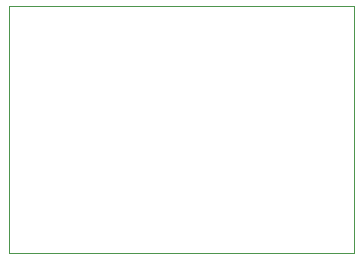
<source format=gko>
G04 #@! TF.GenerationSoftware,KiCad,Pcbnew,5.1.2-f72e74a~84~ubuntu18.04.1*
G04 #@! TF.CreationDate,2019-05-27T13:07:39-06:00*
G04 #@! TF.ProjectId,sprinkler_node_buffer,73707269-6e6b-46c6-9572-5f6e6f64655f,rev?*
G04 #@! TF.SameCoordinates,Original*
G04 #@! TF.FileFunction,Profile,NP*
%FSLAX46Y46*%
G04 Gerber Fmt 4.6, Leading zero omitted, Abs format (unit mm)*
G04 Created by KiCad (PCBNEW 5.1.2-f72e74a~84~ubuntu18.04.1) date 2019-05-27 13:07:39*
%MOMM*%
%LPD*%
G04 APERTURE LIST*
%ADD10C,0.050000*%
G04 APERTURE END LIST*
D10*
X67945000Y-62230000D02*
X38735000Y-62230000D01*
X67945000Y-41275000D02*
X67945000Y-62230000D01*
X38735000Y-41275000D02*
X67945000Y-41275000D01*
X38735000Y-62230000D02*
X38735000Y-41275000D01*
M02*

</source>
